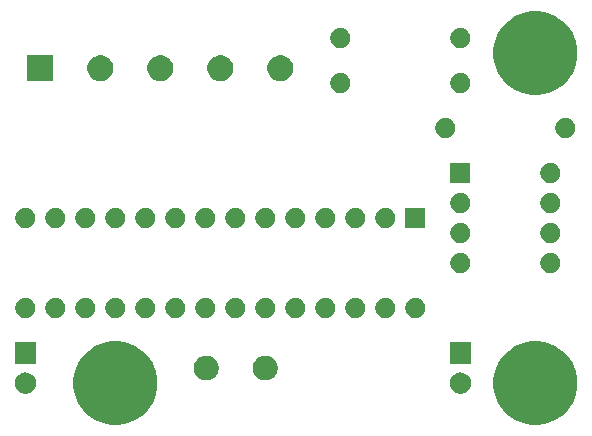
<source format=gbr>
G04 #@! TF.GenerationSoftware,KiCad,Pcbnew,(5.1.5)-3*
G04 #@! TF.CreationDate,2020-06-02T00:14:17+02:00*
G04 #@! TF.ProjectId,I2CMaster,4932434d-6173-4746-9572-2e6b69636164,rev?*
G04 #@! TF.SameCoordinates,Original*
G04 #@! TF.FileFunction,Soldermask,Bot*
G04 #@! TF.FilePolarity,Negative*
%FSLAX46Y46*%
G04 Gerber Fmt 4.6, Leading zero omitted, Abs format (unit mm)*
G04 Created by KiCad (PCBNEW (5.1.5)-3) date 2020-06-02 00:14:17*
%MOMM*%
%LPD*%
G04 APERTURE LIST*
%ADD10C,0.100000*%
G04 APERTURE END LIST*
D10*
G36*
X365525787Y-259475462D02*
G01*
X365525790Y-259475463D01*
X365525789Y-259475463D01*
X366172029Y-259743144D01*
X366753631Y-260131758D01*
X367248242Y-260626369D01*
X367636856Y-261207971D01*
X367680541Y-261313436D01*
X367904538Y-261854213D01*
X368041000Y-262540256D01*
X368041000Y-263239744D01*
X367904538Y-263925787D01*
X367904537Y-263925789D01*
X367636856Y-264572029D01*
X367248242Y-265153631D01*
X366753631Y-265648242D01*
X366172029Y-266036856D01*
X365715068Y-266226135D01*
X365525787Y-266304538D01*
X364839744Y-266441000D01*
X364140256Y-266441000D01*
X363454213Y-266304538D01*
X363264932Y-266226135D01*
X362807971Y-266036856D01*
X362226369Y-265648242D01*
X361731758Y-265153631D01*
X361343144Y-264572029D01*
X361075463Y-263925789D01*
X361075462Y-263925787D01*
X360939000Y-263239744D01*
X360939000Y-262540256D01*
X361075462Y-261854213D01*
X361299459Y-261313436D01*
X361343144Y-261207971D01*
X361731758Y-260626369D01*
X362226369Y-260131758D01*
X362807971Y-259743144D01*
X363454211Y-259475463D01*
X363454210Y-259475463D01*
X363454213Y-259475462D01*
X364140256Y-259339000D01*
X364839744Y-259339000D01*
X365525787Y-259475462D01*
G37*
G36*
X329965787Y-259475462D02*
G01*
X329965790Y-259475463D01*
X329965789Y-259475463D01*
X330612029Y-259743144D01*
X331193631Y-260131758D01*
X331688242Y-260626369D01*
X332076856Y-261207971D01*
X332120541Y-261313436D01*
X332344538Y-261854213D01*
X332481000Y-262540256D01*
X332481000Y-263239744D01*
X332344538Y-263925787D01*
X332344537Y-263925789D01*
X332076856Y-264572029D01*
X331688242Y-265153631D01*
X331193631Y-265648242D01*
X330612029Y-266036856D01*
X330155068Y-266226135D01*
X329965787Y-266304538D01*
X329279744Y-266441000D01*
X328580256Y-266441000D01*
X327894213Y-266304538D01*
X327704932Y-266226135D01*
X327247971Y-266036856D01*
X326666369Y-265648242D01*
X326171758Y-265153631D01*
X325783144Y-264572029D01*
X325515463Y-263925789D01*
X325515462Y-263925787D01*
X325379000Y-263239744D01*
X325379000Y-262540256D01*
X325515462Y-261854213D01*
X325739459Y-261313436D01*
X325783144Y-261207971D01*
X326171758Y-260626369D01*
X326666369Y-260131758D01*
X327247971Y-259743144D01*
X327894211Y-259475463D01*
X327894210Y-259475463D01*
X327894213Y-259475462D01*
X328580256Y-259339000D01*
X329279744Y-259339000D01*
X329965787Y-259475462D01*
G37*
G36*
X358253512Y-261993927D02*
G01*
X358402812Y-262023624D01*
X358566784Y-262091544D01*
X358714354Y-262190147D01*
X358839853Y-262315646D01*
X358938456Y-262463216D01*
X359006376Y-262627188D01*
X359041000Y-262801259D01*
X359041000Y-262978741D01*
X359006376Y-263152812D01*
X358938456Y-263316784D01*
X358839853Y-263464354D01*
X358714354Y-263589853D01*
X358566784Y-263688456D01*
X358402812Y-263756376D01*
X358253512Y-263786073D01*
X358228742Y-263791000D01*
X358051258Y-263791000D01*
X358026488Y-263786073D01*
X357877188Y-263756376D01*
X357713216Y-263688456D01*
X357565646Y-263589853D01*
X357440147Y-263464354D01*
X357341544Y-263316784D01*
X357273624Y-263152812D01*
X357239000Y-262978741D01*
X357239000Y-262801259D01*
X357273624Y-262627188D01*
X357341544Y-262463216D01*
X357440147Y-262315646D01*
X357565646Y-262190147D01*
X357713216Y-262091544D01*
X357877188Y-262023624D01*
X358026488Y-261993927D01*
X358051258Y-261989000D01*
X358228742Y-261989000D01*
X358253512Y-261993927D01*
G37*
G36*
X321423512Y-261993927D02*
G01*
X321572812Y-262023624D01*
X321736784Y-262091544D01*
X321884354Y-262190147D01*
X322009853Y-262315646D01*
X322108456Y-262463216D01*
X322176376Y-262627188D01*
X322211000Y-262801259D01*
X322211000Y-262978741D01*
X322176376Y-263152812D01*
X322108456Y-263316784D01*
X322009853Y-263464354D01*
X321884354Y-263589853D01*
X321736784Y-263688456D01*
X321572812Y-263756376D01*
X321423512Y-263786073D01*
X321398742Y-263791000D01*
X321221258Y-263791000D01*
X321196488Y-263786073D01*
X321047188Y-263756376D01*
X320883216Y-263688456D01*
X320735646Y-263589853D01*
X320610147Y-263464354D01*
X320511544Y-263316784D01*
X320443624Y-263152812D01*
X320409000Y-262978741D01*
X320409000Y-262801259D01*
X320443624Y-262627188D01*
X320511544Y-262463216D01*
X320610147Y-262315646D01*
X320735646Y-262190147D01*
X320883216Y-262091544D01*
X321047188Y-262023624D01*
X321196488Y-261993927D01*
X321221258Y-261989000D01*
X321398742Y-261989000D01*
X321423512Y-261993927D01*
G37*
G36*
X341936564Y-260609389D02*
G01*
X342127833Y-260688615D01*
X342127835Y-260688616D01*
X342299973Y-260803635D01*
X342446365Y-260950027D01*
X342561385Y-261122167D01*
X342640611Y-261313436D01*
X342681000Y-261516484D01*
X342681000Y-261723516D01*
X342640611Y-261926564D01*
X342600407Y-262023625D01*
X342561384Y-262117835D01*
X342446365Y-262289973D01*
X342299973Y-262436365D01*
X342127835Y-262551384D01*
X342127834Y-262551385D01*
X342127833Y-262551385D01*
X341936564Y-262630611D01*
X341733516Y-262671000D01*
X341526484Y-262671000D01*
X341323436Y-262630611D01*
X341132167Y-262551385D01*
X341132166Y-262551385D01*
X341132165Y-262551384D01*
X340960027Y-262436365D01*
X340813635Y-262289973D01*
X340698616Y-262117835D01*
X340659593Y-262023625D01*
X340619389Y-261926564D01*
X340579000Y-261723516D01*
X340579000Y-261516484D01*
X340619389Y-261313436D01*
X340698615Y-261122167D01*
X340813635Y-260950027D01*
X340960027Y-260803635D01*
X341132165Y-260688616D01*
X341132167Y-260688615D01*
X341323436Y-260609389D01*
X341526484Y-260569000D01*
X341733516Y-260569000D01*
X341936564Y-260609389D01*
G37*
G36*
X336936564Y-260609389D02*
G01*
X337127833Y-260688615D01*
X337127835Y-260688616D01*
X337299973Y-260803635D01*
X337446365Y-260950027D01*
X337561385Y-261122167D01*
X337640611Y-261313436D01*
X337681000Y-261516484D01*
X337681000Y-261723516D01*
X337640611Y-261926564D01*
X337600407Y-262023625D01*
X337561384Y-262117835D01*
X337446365Y-262289973D01*
X337299973Y-262436365D01*
X337127835Y-262551384D01*
X337127834Y-262551385D01*
X337127833Y-262551385D01*
X336936564Y-262630611D01*
X336733516Y-262671000D01*
X336526484Y-262671000D01*
X336323436Y-262630611D01*
X336132167Y-262551385D01*
X336132166Y-262551385D01*
X336132165Y-262551384D01*
X335960027Y-262436365D01*
X335813635Y-262289973D01*
X335698616Y-262117835D01*
X335659593Y-262023625D01*
X335619389Y-261926564D01*
X335579000Y-261723516D01*
X335579000Y-261516484D01*
X335619389Y-261313436D01*
X335698615Y-261122167D01*
X335813635Y-260950027D01*
X335960027Y-260803635D01*
X336132165Y-260688616D01*
X336132167Y-260688615D01*
X336323436Y-260609389D01*
X336526484Y-260569000D01*
X336733516Y-260569000D01*
X336936564Y-260609389D01*
G37*
G36*
X322211000Y-261251000D02*
G01*
X320409000Y-261251000D01*
X320409000Y-259449000D01*
X322211000Y-259449000D01*
X322211000Y-261251000D01*
G37*
G36*
X359041000Y-261251000D02*
G01*
X357239000Y-261251000D01*
X357239000Y-259449000D01*
X359041000Y-259449000D01*
X359041000Y-261251000D01*
G37*
G36*
X334258228Y-255721703D02*
G01*
X334413100Y-255785853D01*
X334552481Y-255878985D01*
X334671015Y-255997519D01*
X334764147Y-256136900D01*
X334828297Y-256291772D01*
X334861000Y-256456184D01*
X334861000Y-256623816D01*
X334828297Y-256788228D01*
X334764147Y-256943100D01*
X334671015Y-257082481D01*
X334552481Y-257201015D01*
X334413100Y-257294147D01*
X334258228Y-257358297D01*
X334093816Y-257391000D01*
X333926184Y-257391000D01*
X333761772Y-257358297D01*
X333606900Y-257294147D01*
X333467519Y-257201015D01*
X333348985Y-257082481D01*
X333255853Y-256943100D01*
X333191703Y-256788228D01*
X333159000Y-256623816D01*
X333159000Y-256456184D01*
X333191703Y-256291772D01*
X333255853Y-256136900D01*
X333348985Y-255997519D01*
X333467519Y-255878985D01*
X333606900Y-255785853D01*
X333761772Y-255721703D01*
X333926184Y-255689000D01*
X334093816Y-255689000D01*
X334258228Y-255721703D01*
G37*
G36*
X321558228Y-255721703D02*
G01*
X321713100Y-255785853D01*
X321852481Y-255878985D01*
X321971015Y-255997519D01*
X322064147Y-256136900D01*
X322128297Y-256291772D01*
X322161000Y-256456184D01*
X322161000Y-256623816D01*
X322128297Y-256788228D01*
X322064147Y-256943100D01*
X321971015Y-257082481D01*
X321852481Y-257201015D01*
X321713100Y-257294147D01*
X321558228Y-257358297D01*
X321393816Y-257391000D01*
X321226184Y-257391000D01*
X321061772Y-257358297D01*
X320906900Y-257294147D01*
X320767519Y-257201015D01*
X320648985Y-257082481D01*
X320555853Y-256943100D01*
X320491703Y-256788228D01*
X320459000Y-256623816D01*
X320459000Y-256456184D01*
X320491703Y-256291772D01*
X320555853Y-256136900D01*
X320648985Y-255997519D01*
X320767519Y-255878985D01*
X320906900Y-255785853D01*
X321061772Y-255721703D01*
X321226184Y-255689000D01*
X321393816Y-255689000D01*
X321558228Y-255721703D01*
G37*
G36*
X324098228Y-255721703D02*
G01*
X324253100Y-255785853D01*
X324392481Y-255878985D01*
X324511015Y-255997519D01*
X324604147Y-256136900D01*
X324668297Y-256291772D01*
X324701000Y-256456184D01*
X324701000Y-256623816D01*
X324668297Y-256788228D01*
X324604147Y-256943100D01*
X324511015Y-257082481D01*
X324392481Y-257201015D01*
X324253100Y-257294147D01*
X324098228Y-257358297D01*
X323933816Y-257391000D01*
X323766184Y-257391000D01*
X323601772Y-257358297D01*
X323446900Y-257294147D01*
X323307519Y-257201015D01*
X323188985Y-257082481D01*
X323095853Y-256943100D01*
X323031703Y-256788228D01*
X322999000Y-256623816D01*
X322999000Y-256456184D01*
X323031703Y-256291772D01*
X323095853Y-256136900D01*
X323188985Y-255997519D01*
X323307519Y-255878985D01*
X323446900Y-255785853D01*
X323601772Y-255721703D01*
X323766184Y-255689000D01*
X323933816Y-255689000D01*
X324098228Y-255721703D01*
G37*
G36*
X326638228Y-255721703D02*
G01*
X326793100Y-255785853D01*
X326932481Y-255878985D01*
X327051015Y-255997519D01*
X327144147Y-256136900D01*
X327208297Y-256291772D01*
X327241000Y-256456184D01*
X327241000Y-256623816D01*
X327208297Y-256788228D01*
X327144147Y-256943100D01*
X327051015Y-257082481D01*
X326932481Y-257201015D01*
X326793100Y-257294147D01*
X326638228Y-257358297D01*
X326473816Y-257391000D01*
X326306184Y-257391000D01*
X326141772Y-257358297D01*
X325986900Y-257294147D01*
X325847519Y-257201015D01*
X325728985Y-257082481D01*
X325635853Y-256943100D01*
X325571703Y-256788228D01*
X325539000Y-256623816D01*
X325539000Y-256456184D01*
X325571703Y-256291772D01*
X325635853Y-256136900D01*
X325728985Y-255997519D01*
X325847519Y-255878985D01*
X325986900Y-255785853D01*
X326141772Y-255721703D01*
X326306184Y-255689000D01*
X326473816Y-255689000D01*
X326638228Y-255721703D01*
G37*
G36*
X329178228Y-255721703D02*
G01*
X329333100Y-255785853D01*
X329472481Y-255878985D01*
X329591015Y-255997519D01*
X329684147Y-256136900D01*
X329748297Y-256291772D01*
X329781000Y-256456184D01*
X329781000Y-256623816D01*
X329748297Y-256788228D01*
X329684147Y-256943100D01*
X329591015Y-257082481D01*
X329472481Y-257201015D01*
X329333100Y-257294147D01*
X329178228Y-257358297D01*
X329013816Y-257391000D01*
X328846184Y-257391000D01*
X328681772Y-257358297D01*
X328526900Y-257294147D01*
X328387519Y-257201015D01*
X328268985Y-257082481D01*
X328175853Y-256943100D01*
X328111703Y-256788228D01*
X328079000Y-256623816D01*
X328079000Y-256456184D01*
X328111703Y-256291772D01*
X328175853Y-256136900D01*
X328268985Y-255997519D01*
X328387519Y-255878985D01*
X328526900Y-255785853D01*
X328681772Y-255721703D01*
X328846184Y-255689000D01*
X329013816Y-255689000D01*
X329178228Y-255721703D01*
G37*
G36*
X331718228Y-255721703D02*
G01*
X331873100Y-255785853D01*
X332012481Y-255878985D01*
X332131015Y-255997519D01*
X332224147Y-256136900D01*
X332288297Y-256291772D01*
X332321000Y-256456184D01*
X332321000Y-256623816D01*
X332288297Y-256788228D01*
X332224147Y-256943100D01*
X332131015Y-257082481D01*
X332012481Y-257201015D01*
X331873100Y-257294147D01*
X331718228Y-257358297D01*
X331553816Y-257391000D01*
X331386184Y-257391000D01*
X331221772Y-257358297D01*
X331066900Y-257294147D01*
X330927519Y-257201015D01*
X330808985Y-257082481D01*
X330715853Y-256943100D01*
X330651703Y-256788228D01*
X330619000Y-256623816D01*
X330619000Y-256456184D01*
X330651703Y-256291772D01*
X330715853Y-256136900D01*
X330808985Y-255997519D01*
X330927519Y-255878985D01*
X331066900Y-255785853D01*
X331221772Y-255721703D01*
X331386184Y-255689000D01*
X331553816Y-255689000D01*
X331718228Y-255721703D01*
G37*
G36*
X336798228Y-255721703D02*
G01*
X336953100Y-255785853D01*
X337092481Y-255878985D01*
X337211015Y-255997519D01*
X337304147Y-256136900D01*
X337368297Y-256291772D01*
X337401000Y-256456184D01*
X337401000Y-256623816D01*
X337368297Y-256788228D01*
X337304147Y-256943100D01*
X337211015Y-257082481D01*
X337092481Y-257201015D01*
X336953100Y-257294147D01*
X336798228Y-257358297D01*
X336633816Y-257391000D01*
X336466184Y-257391000D01*
X336301772Y-257358297D01*
X336146900Y-257294147D01*
X336007519Y-257201015D01*
X335888985Y-257082481D01*
X335795853Y-256943100D01*
X335731703Y-256788228D01*
X335699000Y-256623816D01*
X335699000Y-256456184D01*
X335731703Y-256291772D01*
X335795853Y-256136900D01*
X335888985Y-255997519D01*
X336007519Y-255878985D01*
X336146900Y-255785853D01*
X336301772Y-255721703D01*
X336466184Y-255689000D01*
X336633816Y-255689000D01*
X336798228Y-255721703D01*
G37*
G36*
X339338228Y-255721703D02*
G01*
X339493100Y-255785853D01*
X339632481Y-255878985D01*
X339751015Y-255997519D01*
X339844147Y-256136900D01*
X339908297Y-256291772D01*
X339941000Y-256456184D01*
X339941000Y-256623816D01*
X339908297Y-256788228D01*
X339844147Y-256943100D01*
X339751015Y-257082481D01*
X339632481Y-257201015D01*
X339493100Y-257294147D01*
X339338228Y-257358297D01*
X339173816Y-257391000D01*
X339006184Y-257391000D01*
X338841772Y-257358297D01*
X338686900Y-257294147D01*
X338547519Y-257201015D01*
X338428985Y-257082481D01*
X338335853Y-256943100D01*
X338271703Y-256788228D01*
X338239000Y-256623816D01*
X338239000Y-256456184D01*
X338271703Y-256291772D01*
X338335853Y-256136900D01*
X338428985Y-255997519D01*
X338547519Y-255878985D01*
X338686900Y-255785853D01*
X338841772Y-255721703D01*
X339006184Y-255689000D01*
X339173816Y-255689000D01*
X339338228Y-255721703D01*
G37*
G36*
X352038228Y-255721703D02*
G01*
X352193100Y-255785853D01*
X352332481Y-255878985D01*
X352451015Y-255997519D01*
X352544147Y-256136900D01*
X352608297Y-256291772D01*
X352641000Y-256456184D01*
X352641000Y-256623816D01*
X352608297Y-256788228D01*
X352544147Y-256943100D01*
X352451015Y-257082481D01*
X352332481Y-257201015D01*
X352193100Y-257294147D01*
X352038228Y-257358297D01*
X351873816Y-257391000D01*
X351706184Y-257391000D01*
X351541772Y-257358297D01*
X351386900Y-257294147D01*
X351247519Y-257201015D01*
X351128985Y-257082481D01*
X351035853Y-256943100D01*
X350971703Y-256788228D01*
X350939000Y-256623816D01*
X350939000Y-256456184D01*
X350971703Y-256291772D01*
X351035853Y-256136900D01*
X351128985Y-255997519D01*
X351247519Y-255878985D01*
X351386900Y-255785853D01*
X351541772Y-255721703D01*
X351706184Y-255689000D01*
X351873816Y-255689000D01*
X352038228Y-255721703D01*
G37*
G36*
X349498228Y-255721703D02*
G01*
X349653100Y-255785853D01*
X349792481Y-255878985D01*
X349911015Y-255997519D01*
X350004147Y-256136900D01*
X350068297Y-256291772D01*
X350101000Y-256456184D01*
X350101000Y-256623816D01*
X350068297Y-256788228D01*
X350004147Y-256943100D01*
X349911015Y-257082481D01*
X349792481Y-257201015D01*
X349653100Y-257294147D01*
X349498228Y-257358297D01*
X349333816Y-257391000D01*
X349166184Y-257391000D01*
X349001772Y-257358297D01*
X348846900Y-257294147D01*
X348707519Y-257201015D01*
X348588985Y-257082481D01*
X348495853Y-256943100D01*
X348431703Y-256788228D01*
X348399000Y-256623816D01*
X348399000Y-256456184D01*
X348431703Y-256291772D01*
X348495853Y-256136900D01*
X348588985Y-255997519D01*
X348707519Y-255878985D01*
X348846900Y-255785853D01*
X349001772Y-255721703D01*
X349166184Y-255689000D01*
X349333816Y-255689000D01*
X349498228Y-255721703D01*
G37*
G36*
X346958228Y-255721703D02*
G01*
X347113100Y-255785853D01*
X347252481Y-255878985D01*
X347371015Y-255997519D01*
X347464147Y-256136900D01*
X347528297Y-256291772D01*
X347561000Y-256456184D01*
X347561000Y-256623816D01*
X347528297Y-256788228D01*
X347464147Y-256943100D01*
X347371015Y-257082481D01*
X347252481Y-257201015D01*
X347113100Y-257294147D01*
X346958228Y-257358297D01*
X346793816Y-257391000D01*
X346626184Y-257391000D01*
X346461772Y-257358297D01*
X346306900Y-257294147D01*
X346167519Y-257201015D01*
X346048985Y-257082481D01*
X345955853Y-256943100D01*
X345891703Y-256788228D01*
X345859000Y-256623816D01*
X345859000Y-256456184D01*
X345891703Y-256291772D01*
X345955853Y-256136900D01*
X346048985Y-255997519D01*
X346167519Y-255878985D01*
X346306900Y-255785853D01*
X346461772Y-255721703D01*
X346626184Y-255689000D01*
X346793816Y-255689000D01*
X346958228Y-255721703D01*
G37*
G36*
X344418228Y-255721703D02*
G01*
X344573100Y-255785853D01*
X344712481Y-255878985D01*
X344831015Y-255997519D01*
X344924147Y-256136900D01*
X344988297Y-256291772D01*
X345021000Y-256456184D01*
X345021000Y-256623816D01*
X344988297Y-256788228D01*
X344924147Y-256943100D01*
X344831015Y-257082481D01*
X344712481Y-257201015D01*
X344573100Y-257294147D01*
X344418228Y-257358297D01*
X344253816Y-257391000D01*
X344086184Y-257391000D01*
X343921772Y-257358297D01*
X343766900Y-257294147D01*
X343627519Y-257201015D01*
X343508985Y-257082481D01*
X343415853Y-256943100D01*
X343351703Y-256788228D01*
X343319000Y-256623816D01*
X343319000Y-256456184D01*
X343351703Y-256291772D01*
X343415853Y-256136900D01*
X343508985Y-255997519D01*
X343627519Y-255878985D01*
X343766900Y-255785853D01*
X343921772Y-255721703D01*
X344086184Y-255689000D01*
X344253816Y-255689000D01*
X344418228Y-255721703D01*
G37*
G36*
X354578228Y-255721703D02*
G01*
X354733100Y-255785853D01*
X354872481Y-255878985D01*
X354991015Y-255997519D01*
X355084147Y-256136900D01*
X355148297Y-256291772D01*
X355181000Y-256456184D01*
X355181000Y-256623816D01*
X355148297Y-256788228D01*
X355084147Y-256943100D01*
X354991015Y-257082481D01*
X354872481Y-257201015D01*
X354733100Y-257294147D01*
X354578228Y-257358297D01*
X354413816Y-257391000D01*
X354246184Y-257391000D01*
X354081772Y-257358297D01*
X353926900Y-257294147D01*
X353787519Y-257201015D01*
X353668985Y-257082481D01*
X353575853Y-256943100D01*
X353511703Y-256788228D01*
X353479000Y-256623816D01*
X353479000Y-256456184D01*
X353511703Y-256291772D01*
X353575853Y-256136900D01*
X353668985Y-255997519D01*
X353787519Y-255878985D01*
X353926900Y-255785853D01*
X354081772Y-255721703D01*
X354246184Y-255689000D01*
X354413816Y-255689000D01*
X354578228Y-255721703D01*
G37*
G36*
X341878228Y-255721703D02*
G01*
X342033100Y-255785853D01*
X342172481Y-255878985D01*
X342291015Y-255997519D01*
X342384147Y-256136900D01*
X342448297Y-256291772D01*
X342481000Y-256456184D01*
X342481000Y-256623816D01*
X342448297Y-256788228D01*
X342384147Y-256943100D01*
X342291015Y-257082481D01*
X342172481Y-257201015D01*
X342033100Y-257294147D01*
X341878228Y-257358297D01*
X341713816Y-257391000D01*
X341546184Y-257391000D01*
X341381772Y-257358297D01*
X341226900Y-257294147D01*
X341087519Y-257201015D01*
X340968985Y-257082481D01*
X340875853Y-256943100D01*
X340811703Y-256788228D01*
X340779000Y-256623816D01*
X340779000Y-256456184D01*
X340811703Y-256291772D01*
X340875853Y-256136900D01*
X340968985Y-255997519D01*
X341087519Y-255878985D01*
X341226900Y-255785853D01*
X341381772Y-255721703D01*
X341546184Y-255689000D01*
X341713816Y-255689000D01*
X341878228Y-255721703D01*
G37*
G36*
X366008228Y-251911703D02*
G01*
X366163100Y-251975853D01*
X366302481Y-252068985D01*
X366421015Y-252187519D01*
X366514147Y-252326900D01*
X366578297Y-252481772D01*
X366611000Y-252646184D01*
X366611000Y-252813816D01*
X366578297Y-252978228D01*
X366514147Y-253133100D01*
X366421015Y-253272481D01*
X366302481Y-253391015D01*
X366163100Y-253484147D01*
X366008228Y-253548297D01*
X365843816Y-253581000D01*
X365676184Y-253581000D01*
X365511772Y-253548297D01*
X365356900Y-253484147D01*
X365217519Y-253391015D01*
X365098985Y-253272481D01*
X365005853Y-253133100D01*
X364941703Y-252978228D01*
X364909000Y-252813816D01*
X364909000Y-252646184D01*
X364941703Y-252481772D01*
X365005853Y-252326900D01*
X365098985Y-252187519D01*
X365217519Y-252068985D01*
X365356900Y-251975853D01*
X365511772Y-251911703D01*
X365676184Y-251879000D01*
X365843816Y-251879000D01*
X366008228Y-251911703D01*
G37*
G36*
X358388228Y-251911703D02*
G01*
X358543100Y-251975853D01*
X358682481Y-252068985D01*
X358801015Y-252187519D01*
X358894147Y-252326900D01*
X358958297Y-252481772D01*
X358991000Y-252646184D01*
X358991000Y-252813816D01*
X358958297Y-252978228D01*
X358894147Y-253133100D01*
X358801015Y-253272481D01*
X358682481Y-253391015D01*
X358543100Y-253484147D01*
X358388228Y-253548297D01*
X358223816Y-253581000D01*
X358056184Y-253581000D01*
X357891772Y-253548297D01*
X357736900Y-253484147D01*
X357597519Y-253391015D01*
X357478985Y-253272481D01*
X357385853Y-253133100D01*
X357321703Y-252978228D01*
X357289000Y-252813816D01*
X357289000Y-252646184D01*
X357321703Y-252481772D01*
X357385853Y-252326900D01*
X357478985Y-252187519D01*
X357597519Y-252068985D01*
X357736900Y-251975853D01*
X357891772Y-251911703D01*
X358056184Y-251879000D01*
X358223816Y-251879000D01*
X358388228Y-251911703D01*
G37*
G36*
X366008228Y-249371703D02*
G01*
X366163100Y-249435853D01*
X366302481Y-249528985D01*
X366421015Y-249647519D01*
X366514147Y-249786900D01*
X366578297Y-249941772D01*
X366611000Y-250106184D01*
X366611000Y-250273816D01*
X366578297Y-250438228D01*
X366514147Y-250593100D01*
X366421015Y-250732481D01*
X366302481Y-250851015D01*
X366163100Y-250944147D01*
X366008228Y-251008297D01*
X365843816Y-251041000D01*
X365676184Y-251041000D01*
X365511772Y-251008297D01*
X365356900Y-250944147D01*
X365217519Y-250851015D01*
X365098985Y-250732481D01*
X365005853Y-250593100D01*
X364941703Y-250438228D01*
X364909000Y-250273816D01*
X364909000Y-250106184D01*
X364941703Y-249941772D01*
X365005853Y-249786900D01*
X365098985Y-249647519D01*
X365217519Y-249528985D01*
X365356900Y-249435853D01*
X365511772Y-249371703D01*
X365676184Y-249339000D01*
X365843816Y-249339000D01*
X366008228Y-249371703D01*
G37*
G36*
X358388228Y-249371703D02*
G01*
X358543100Y-249435853D01*
X358682481Y-249528985D01*
X358801015Y-249647519D01*
X358894147Y-249786900D01*
X358958297Y-249941772D01*
X358991000Y-250106184D01*
X358991000Y-250273816D01*
X358958297Y-250438228D01*
X358894147Y-250593100D01*
X358801015Y-250732481D01*
X358682481Y-250851015D01*
X358543100Y-250944147D01*
X358388228Y-251008297D01*
X358223816Y-251041000D01*
X358056184Y-251041000D01*
X357891772Y-251008297D01*
X357736900Y-250944147D01*
X357597519Y-250851015D01*
X357478985Y-250732481D01*
X357385853Y-250593100D01*
X357321703Y-250438228D01*
X357289000Y-250273816D01*
X357289000Y-250106184D01*
X357321703Y-249941772D01*
X357385853Y-249786900D01*
X357478985Y-249647519D01*
X357597519Y-249528985D01*
X357736900Y-249435853D01*
X357891772Y-249371703D01*
X358056184Y-249339000D01*
X358223816Y-249339000D01*
X358388228Y-249371703D01*
G37*
G36*
X352038228Y-248101703D02*
G01*
X352193100Y-248165853D01*
X352332481Y-248258985D01*
X352451015Y-248377519D01*
X352544147Y-248516900D01*
X352608297Y-248671772D01*
X352641000Y-248836184D01*
X352641000Y-249003816D01*
X352608297Y-249168228D01*
X352544147Y-249323100D01*
X352451015Y-249462481D01*
X352332481Y-249581015D01*
X352193100Y-249674147D01*
X352038228Y-249738297D01*
X351873816Y-249771000D01*
X351706184Y-249771000D01*
X351541772Y-249738297D01*
X351386900Y-249674147D01*
X351247519Y-249581015D01*
X351128985Y-249462481D01*
X351035853Y-249323100D01*
X350971703Y-249168228D01*
X350939000Y-249003816D01*
X350939000Y-248836184D01*
X350971703Y-248671772D01*
X351035853Y-248516900D01*
X351128985Y-248377519D01*
X351247519Y-248258985D01*
X351386900Y-248165853D01*
X351541772Y-248101703D01*
X351706184Y-248069000D01*
X351873816Y-248069000D01*
X352038228Y-248101703D01*
G37*
G36*
X331718228Y-248101703D02*
G01*
X331873100Y-248165853D01*
X332012481Y-248258985D01*
X332131015Y-248377519D01*
X332224147Y-248516900D01*
X332288297Y-248671772D01*
X332321000Y-248836184D01*
X332321000Y-249003816D01*
X332288297Y-249168228D01*
X332224147Y-249323100D01*
X332131015Y-249462481D01*
X332012481Y-249581015D01*
X331873100Y-249674147D01*
X331718228Y-249738297D01*
X331553816Y-249771000D01*
X331386184Y-249771000D01*
X331221772Y-249738297D01*
X331066900Y-249674147D01*
X330927519Y-249581015D01*
X330808985Y-249462481D01*
X330715853Y-249323100D01*
X330651703Y-249168228D01*
X330619000Y-249003816D01*
X330619000Y-248836184D01*
X330651703Y-248671772D01*
X330715853Y-248516900D01*
X330808985Y-248377519D01*
X330927519Y-248258985D01*
X331066900Y-248165853D01*
X331221772Y-248101703D01*
X331386184Y-248069000D01*
X331553816Y-248069000D01*
X331718228Y-248101703D01*
G37*
G36*
X334258228Y-248101703D02*
G01*
X334413100Y-248165853D01*
X334552481Y-248258985D01*
X334671015Y-248377519D01*
X334764147Y-248516900D01*
X334828297Y-248671772D01*
X334861000Y-248836184D01*
X334861000Y-249003816D01*
X334828297Y-249168228D01*
X334764147Y-249323100D01*
X334671015Y-249462481D01*
X334552481Y-249581015D01*
X334413100Y-249674147D01*
X334258228Y-249738297D01*
X334093816Y-249771000D01*
X333926184Y-249771000D01*
X333761772Y-249738297D01*
X333606900Y-249674147D01*
X333467519Y-249581015D01*
X333348985Y-249462481D01*
X333255853Y-249323100D01*
X333191703Y-249168228D01*
X333159000Y-249003816D01*
X333159000Y-248836184D01*
X333191703Y-248671772D01*
X333255853Y-248516900D01*
X333348985Y-248377519D01*
X333467519Y-248258985D01*
X333606900Y-248165853D01*
X333761772Y-248101703D01*
X333926184Y-248069000D01*
X334093816Y-248069000D01*
X334258228Y-248101703D01*
G37*
G36*
X336798228Y-248101703D02*
G01*
X336953100Y-248165853D01*
X337092481Y-248258985D01*
X337211015Y-248377519D01*
X337304147Y-248516900D01*
X337368297Y-248671772D01*
X337401000Y-248836184D01*
X337401000Y-249003816D01*
X337368297Y-249168228D01*
X337304147Y-249323100D01*
X337211015Y-249462481D01*
X337092481Y-249581015D01*
X336953100Y-249674147D01*
X336798228Y-249738297D01*
X336633816Y-249771000D01*
X336466184Y-249771000D01*
X336301772Y-249738297D01*
X336146900Y-249674147D01*
X336007519Y-249581015D01*
X335888985Y-249462481D01*
X335795853Y-249323100D01*
X335731703Y-249168228D01*
X335699000Y-249003816D01*
X335699000Y-248836184D01*
X335731703Y-248671772D01*
X335795853Y-248516900D01*
X335888985Y-248377519D01*
X336007519Y-248258985D01*
X336146900Y-248165853D01*
X336301772Y-248101703D01*
X336466184Y-248069000D01*
X336633816Y-248069000D01*
X336798228Y-248101703D01*
G37*
G36*
X339338228Y-248101703D02*
G01*
X339493100Y-248165853D01*
X339632481Y-248258985D01*
X339751015Y-248377519D01*
X339844147Y-248516900D01*
X339908297Y-248671772D01*
X339941000Y-248836184D01*
X339941000Y-249003816D01*
X339908297Y-249168228D01*
X339844147Y-249323100D01*
X339751015Y-249462481D01*
X339632481Y-249581015D01*
X339493100Y-249674147D01*
X339338228Y-249738297D01*
X339173816Y-249771000D01*
X339006184Y-249771000D01*
X338841772Y-249738297D01*
X338686900Y-249674147D01*
X338547519Y-249581015D01*
X338428985Y-249462481D01*
X338335853Y-249323100D01*
X338271703Y-249168228D01*
X338239000Y-249003816D01*
X338239000Y-248836184D01*
X338271703Y-248671772D01*
X338335853Y-248516900D01*
X338428985Y-248377519D01*
X338547519Y-248258985D01*
X338686900Y-248165853D01*
X338841772Y-248101703D01*
X339006184Y-248069000D01*
X339173816Y-248069000D01*
X339338228Y-248101703D01*
G37*
G36*
X341878228Y-248101703D02*
G01*
X342033100Y-248165853D01*
X342172481Y-248258985D01*
X342291015Y-248377519D01*
X342384147Y-248516900D01*
X342448297Y-248671772D01*
X342481000Y-248836184D01*
X342481000Y-249003816D01*
X342448297Y-249168228D01*
X342384147Y-249323100D01*
X342291015Y-249462481D01*
X342172481Y-249581015D01*
X342033100Y-249674147D01*
X341878228Y-249738297D01*
X341713816Y-249771000D01*
X341546184Y-249771000D01*
X341381772Y-249738297D01*
X341226900Y-249674147D01*
X341087519Y-249581015D01*
X340968985Y-249462481D01*
X340875853Y-249323100D01*
X340811703Y-249168228D01*
X340779000Y-249003816D01*
X340779000Y-248836184D01*
X340811703Y-248671772D01*
X340875853Y-248516900D01*
X340968985Y-248377519D01*
X341087519Y-248258985D01*
X341226900Y-248165853D01*
X341381772Y-248101703D01*
X341546184Y-248069000D01*
X341713816Y-248069000D01*
X341878228Y-248101703D01*
G37*
G36*
X344418228Y-248101703D02*
G01*
X344573100Y-248165853D01*
X344712481Y-248258985D01*
X344831015Y-248377519D01*
X344924147Y-248516900D01*
X344988297Y-248671772D01*
X345021000Y-248836184D01*
X345021000Y-249003816D01*
X344988297Y-249168228D01*
X344924147Y-249323100D01*
X344831015Y-249462481D01*
X344712481Y-249581015D01*
X344573100Y-249674147D01*
X344418228Y-249738297D01*
X344253816Y-249771000D01*
X344086184Y-249771000D01*
X343921772Y-249738297D01*
X343766900Y-249674147D01*
X343627519Y-249581015D01*
X343508985Y-249462481D01*
X343415853Y-249323100D01*
X343351703Y-249168228D01*
X343319000Y-249003816D01*
X343319000Y-248836184D01*
X343351703Y-248671772D01*
X343415853Y-248516900D01*
X343508985Y-248377519D01*
X343627519Y-248258985D01*
X343766900Y-248165853D01*
X343921772Y-248101703D01*
X344086184Y-248069000D01*
X344253816Y-248069000D01*
X344418228Y-248101703D01*
G37*
G36*
X324098228Y-248101703D02*
G01*
X324253100Y-248165853D01*
X324392481Y-248258985D01*
X324511015Y-248377519D01*
X324604147Y-248516900D01*
X324668297Y-248671772D01*
X324701000Y-248836184D01*
X324701000Y-249003816D01*
X324668297Y-249168228D01*
X324604147Y-249323100D01*
X324511015Y-249462481D01*
X324392481Y-249581015D01*
X324253100Y-249674147D01*
X324098228Y-249738297D01*
X323933816Y-249771000D01*
X323766184Y-249771000D01*
X323601772Y-249738297D01*
X323446900Y-249674147D01*
X323307519Y-249581015D01*
X323188985Y-249462481D01*
X323095853Y-249323100D01*
X323031703Y-249168228D01*
X322999000Y-249003816D01*
X322999000Y-248836184D01*
X323031703Y-248671772D01*
X323095853Y-248516900D01*
X323188985Y-248377519D01*
X323307519Y-248258985D01*
X323446900Y-248165853D01*
X323601772Y-248101703D01*
X323766184Y-248069000D01*
X323933816Y-248069000D01*
X324098228Y-248101703D01*
G37*
G36*
X346958228Y-248101703D02*
G01*
X347113100Y-248165853D01*
X347252481Y-248258985D01*
X347371015Y-248377519D01*
X347464147Y-248516900D01*
X347528297Y-248671772D01*
X347561000Y-248836184D01*
X347561000Y-249003816D01*
X347528297Y-249168228D01*
X347464147Y-249323100D01*
X347371015Y-249462481D01*
X347252481Y-249581015D01*
X347113100Y-249674147D01*
X346958228Y-249738297D01*
X346793816Y-249771000D01*
X346626184Y-249771000D01*
X346461772Y-249738297D01*
X346306900Y-249674147D01*
X346167519Y-249581015D01*
X346048985Y-249462481D01*
X345955853Y-249323100D01*
X345891703Y-249168228D01*
X345859000Y-249003816D01*
X345859000Y-248836184D01*
X345891703Y-248671772D01*
X345955853Y-248516900D01*
X346048985Y-248377519D01*
X346167519Y-248258985D01*
X346306900Y-248165853D01*
X346461772Y-248101703D01*
X346626184Y-248069000D01*
X346793816Y-248069000D01*
X346958228Y-248101703D01*
G37*
G36*
X355181000Y-249771000D02*
G01*
X353479000Y-249771000D01*
X353479000Y-248069000D01*
X355181000Y-248069000D01*
X355181000Y-249771000D01*
G37*
G36*
X326638228Y-248101703D02*
G01*
X326793100Y-248165853D01*
X326932481Y-248258985D01*
X327051015Y-248377519D01*
X327144147Y-248516900D01*
X327208297Y-248671772D01*
X327241000Y-248836184D01*
X327241000Y-249003816D01*
X327208297Y-249168228D01*
X327144147Y-249323100D01*
X327051015Y-249462481D01*
X326932481Y-249581015D01*
X326793100Y-249674147D01*
X326638228Y-249738297D01*
X326473816Y-249771000D01*
X326306184Y-249771000D01*
X326141772Y-249738297D01*
X325986900Y-249674147D01*
X325847519Y-249581015D01*
X325728985Y-249462481D01*
X325635853Y-249323100D01*
X325571703Y-249168228D01*
X325539000Y-249003816D01*
X325539000Y-248836184D01*
X325571703Y-248671772D01*
X325635853Y-248516900D01*
X325728985Y-248377519D01*
X325847519Y-248258985D01*
X325986900Y-248165853D01*
X326141772Y-248101703D01*
X326306184Y-248069000D01*
X326473816Y-248069000D01*
X326638228Y-248101703D01*
G37*
G36*
X321558228Y-248101703D02*
G01*
X321713100Y-248165853D01*
X321852481Y-248258985D01*
X321971015Y-248377519D01*
X322064147Y-248516900D01*
X322128297Y-248671772D01*
X322161000Y-248836184D01*
X322161000Y-249003816D01*
X322128297Y-249168228D01*
X322064147Y-249323100D01*
X321971015Y-249462481D01*
X321852481Y-249581015D01*
X321713100Y-249674147D01*
X321558228Y-249738297D01*
X321393816Y-249771000D01*
X321226184Y-249771000D01*
X321061772Y-249738297D01*
X320906900Y-249674147D01*
X320767519Y-249581015D01*
X320648985Y-249462481D01*
X320555853Y-249323100D01*
X320491703Y-249168228D01*
X320459000Y-249003816D01*
X320459000Y-248836184D01*
X320491703Y-248671772D01*
X320555853Y-248516900D01*
X320648985Y-248377519D01*
X320767519Y-248258985D01*
X320906900Y-248165853D01*
X321061772Y-248101703D01*
X321226184Y-248069000D01*
X321393816Y-248069000D01*
X321558228Y-248101703D01*
G37*
G36*
X329178228Y-248101703D02*
G01*
X329333100Y-248165853D01*
X329472481Y-248258985D01*
X329591015Y-248377519D01*
X329684147Y-248516900D01*
X329748297Y-248671772D01*
X329781000Y-248836184D01*
X329781000Y-249003816D01*
X329748297Y-249168228D01*
X329684147Y-249323100D01*
X329591015Y-249462481D01*
X329472481Y-249581015D01*
X329333100Y-249674147D01*
X329178228Y-249738297D01*
X329013816Y-249771000D01*
X328846184Y-249771000D01*
X328681772Y-249738297D01*
X328526900Y-249674147D01*
X328387519Y-249581015D01*
X328268985Y-249462481D01*
X328175853Y-249323100D01*
X328111703Y-249168228D01*
X328079000Y-249003816D01*
X328079000Y-248836184D01*
X328111703Y-248671772D01*
X328175853Y-248516900D01*
X328268985Y-248377519D01*
X328387519Y-248258985D01*
X328526900Y-248165853D01*
X328681772Y-248101703D01*
X328846184Y-248069000D01*
X329013816Y-248069000D01*
X329178228Y-248101703D01*
G37*
G36*
X349498228Y-248101703D02*
G01*
X349653100Y-248165853D01*
X349792481Y-248258985D01*
X349911015Y-248377519D01*
X350004147Y-248516900D01*
X350068297Y-248671772D01*
X350101000Y-248836184D01*
X350101000Y-249003816D01*
X350068297Y-249168228D01*
X350004147Y-249323100D01*
X349911015Y-249462481D01*
X349792481Y-249581015D01*
X349653100Y-249674147D01*
X349498228Y-249738297D01*
X349333816Y-249771000D01*
X349166184Y-249771000D01*
X349001772Y-249738297D01*
X348846900Y-249674147D01*
X348707519Y-249581015D01*
X348588985Y-249462481D01*
X348495853Y-249323100D01*
X348431703Y-249168228D01*
X348399000Y-249003816D01*
X348399000Y-248836184D01*
X348431703Y-248671772D01*
X348495853Y-248516900D01*
X348588985Y-248377519D01*
X348707519Y-248258985D01*
X348846900Y-248165853D01*
X349001772Y-248101703D01*
X349166184Y-248069000D01*
X349333816Y-248069000D01*
X349498228Y-248101703D01*
G37*
G36*
X358388228Y-246831703D02*
G01*
X358543100Y-246895853D01*
X358682481Y-246988985D01*
X358801015Y-247107519D01*
X358894147Y-247246900D01*
X358958297Y-247401772D01*
X358991000Y-247566184D01*
X358991000Y-247733816D01*
X358958297Y-247898228D01*
X358894147Y-248053100D01*
X358801015Y-248192481D01*
X358682481Y-248311015D01*
X358543100Y-248404147D01*
X358388228Y-248468297D01*
X358223816Y-248501000D01*
X358056184Y-248501000D01*
X357891772Y-248468297D01*
X357736900Y-248404147D01*
X357597519Y-248311015D01*
X357478985Y-248192481D01*
X357385853Y-248053100D01*
X357321703Y-247898228D01*
X357289000Y-247733816D01*
X357289000Y-247566184D01*
X357321703Y-247401772D01*
X357385853Y-247246900D01*
X357478985Y-247107519D01*
X357597519Y-246988985D01*
X357736900Y-246895853D01*
X357891772Y-246831703D01*
X358056184Y-246799000D01*
X358223816Y-246799000D01*
X358388228Y-246831703D01*
G37*
G36*
X366008228Y-246831703D02*
G01*
X366163100Y-246895853D01*
X366302481Y-246988985D01*
X366421015Y-247107519D01*
X366514147Y-247246900D01*
X366578297Y-247401772D01*
X366611000Y-247566184D01*
X366611000Y-247733816D01*
X366578297Y-247898228D01*
X366514147Y-248053100D01*
X366421015Y-248192481D01*
X366302481Y-248311015D01*
X366163100Y-248404147D01*
X366008228Y-248468297D01*
X365843816Y-248501000D01*
X365676184Y-248501000D01*
X365511772Y-248468297D01*
X365356900Y-248404147D01*
X365217519Y-248311015D01*
X365098985Y-248192481D01*
X365005853Y-248053100D01*
X364941703Y-247898228D01*
X364909000Y-247733816D01*
X364909000Y-247566184D01*
X364941703Y-247401772D01*
X365005853Y-247246900D01*
X365098985Y-247107519D01*
X365217519Y-246988985D01*
X365356900Y-246895853D01*
X365511772Y-246831703D01*
X365676184Y-246799000D01*
X365843816Y-246799000D01*
X366008228Y-246831703D01*
G37*
G36*
X358991000Y-245961000D02*
G01*
X357289000Y-245961000D01*
X357289000Y-244259000D01*
X358991000Y-244259000D01*
X358991000Y-245961000D01*
G37*
G36*
X366008228Y-244291703D02*
G01*
X366163100Y-244355853D01*
X366302481Y-244448985D01*
X366421015Y-244567519D01*
X366514147Y-244706900D01*
X366578297Y-244861772D01*
X366611000Y-245026184D01*
X366611000Y-245193816D01*
X366578297Y-245358228D01*
X366514147Y-245513100D01*
X366421015Y-245652481D01*
X366302481Y-245771015D01*
X366163100Y-245864147D01*
X366008228Y-245928297D01*
X365843816Y-245961000D01*
X365676184Y-245961000D01*
X365511772Y-245928297D01*
X365356900Y-245864147D01*
X365217519Y-245771015D01*
X365098985Y-245652481D01*
X365005853Y-245513100D01*
X364941703Y-245358228D01*
X364909000Y-245193816D01*
X364909000Y-245026184D01*
X364941703Y-244861772D01*
X365005853Y-244706900D01*
X365098985Y-244567519D01*
X365217519Y-244448985D01*
X365356900Y-244355853D01*
X365511772Y-244291703D01*
X365676184Y-244259000D01*
X365843816Y-244259000D01*
X366008228Y-244291703D01*
G37*
G36*
X367278228Y-240481703D02*
G01*
X367433100Y-240545853D01*
X367572481Y-240638985D01*
X367691015Y-240757519D01*
X367784147Y-240896900D01*
X367848297Y-241051772D01*
X367881000Y-241216184D01*
X367881000Y-241383816D01*
X367848297Y-241548228D01*
X367784147Y-241703100D01*
X367691015Y-241842481D01*
X367572481Y-241961015D01*
X367433100Y-242054147D01*
X367278228Y-242118297D01*
X367113816Y-242151000D01*
X366946184Y-242151000D01*
X366781772Y-242118297D01*
X366626900Y-242054147D01*
X366487519Y-241961015D01*
X366368985Y-241842481D01*
X366275853Y-241703100D01*
X366211703Y-241548228D01*
X366179000Y-241383816D01*
X366179000Y-241216184D01*
X366211703Y-241051772D01*
X366275853Y-240896900D01*
X366368985Y-240757519D01*
X366487519Y-240638985D01*
X366626900Y-240545853D01*
X366781772Y-240481703D01*
X366946184Y-240449000D01*
X367113816Y-240449000D01*
X367278228Y-240481703D01*
G37*
G36*
X357118228Y-240481703D02*
G01*
X357273100Y-240545853D01*
X357412481Y-240638985D01*
X357531015Y-240757519D01*
X357624147Y-240896900D01*
X357688297Y-241051772D01*
X357721000Y-241216184D01*
X357721000Y-241383816D01*
X357688297Y-241548228D01*
X357624147Y-241703100D01*
X357531015Y-241842481D01*
X357412481Y-241961015D01*
X357273100Y-242054147D01*
X357118228Y-242118297D01*
X356953816Y-242151000D01*
X356786184Y-242151000D01*
X356621772Y-242118297D01*
X356466900Y-242054147D01*
X356327519Y-241961015D01*
X356208985Y-241842481D01*
X356115853Y-241703100D01*
X356051703Y-241548228D01*
X356019000Y-241383816D01*
X356019000Y-241216184D01*
X356051703Y-241051772D01*
X356115853Y-240896900D01*
X356208985Y-240757519D01*
X356327519Y-240638985D01*
X356466900Y-240545853D01*
X356621772Y-240481703D01*
X356786184Y-240449000D01*
X356953816Y-240449000D01*
X357118228Y-240481703D01*
G37*
G36*
X365525787Y-231535462D02*
G01*
X365525790Y-231535463D01*
X365525789Y-231535463D01*
X366172029Y-231803144D01*
X366753631Y-232191758D01*
X367248242Y-232686369D01*
X367636856Y-233267971D01*
X367826135Y-233724932D01*
X367904538Y-233914213D01*
X368041000Y-234600256D01*
X368041000Y-235299744D01*
X367904538Y-235985787D01*
X367904537Y-235985789D01*
X367636856Y-236632029D01*
X367248242Y-237213631D01*
X366753631Y-237708242D01*
X366172029Y-238096856D01*
X365816434Y-238244148D01*
X365525787Y-238364538D01*
X364839744Y-238501000D01*
X364140256Y-238501000D01*
X363454213Y-238364538D01*
X363163566Y-238244148D01*
X362807971Y-238096856D01*
X362226369Y-237708242D01*
X361731758Y-237213631D01*
X361343144Y-236632029D01*
X361075463Y-235985789D01*
X361075462Y-235985787D01*
X360939000Y-235299744D01*
X360939000Y-234600256D01*
X361075462Y-233914213D01*
X361153865Y-233724932D01*
X361343144Y-233267971D01*
X361731758Y-232686369D01*
X362226369Y-232191758D01*
X362807971Y-231803144D01*
X363454211Y-231535463D01*
X363454210Y-231535463D01*
X363454213Y-231535462D01*
X364140256Y-231399000D01*
X364839744Y-231399000D01*
X365525787Y-231535462D01*
G37*
G36*
X348228228Y-236671703D02*
G01*
X348383100Y-236735853D01*
X348522481Y-236828985D01*
X348641015Y-236947519D01*
X348734147Y-237086900D01*
X348798297Y-237241772D01*
X348831000Y-237406184D01*
X348831000Y-237573816D01*
X348798297Y-237738228D01*
X348734147Y-237893100D01*
X348641015Y-238032481D01*
X348522481Y-238151015D01*
X348383100Y-238244147D01*
X348228228Y-238308297D01*
X348063816Y-238341000D01*
X347896184Y-238341000D01*
X347731772Y-238308297D01*
X347576900Y-238244147D01*
X347437519Y-238151015D01*
X347318985Y-238032481D01*
X347225853Y-237893100D01*
X347161703Y-237738228D01*
X347129000Y-237573816D01*
X347129000Y-237406184D01*
X347161703Y-237241772D01*
X347225853Y-237086900D01*
X347318985Y-236947519D01*
X347437519Y-236828985D01*
X347576900Y-236735853D01*
X347731772Y-236671703D01*
X347896184Y-236639000D01*
X348063816Y-236639000D01*
X348228228Y-236671703D01*
G37*
G36*
X358388228Y-236671703D02*
G01*
X358543100Y-236735853D01*
X358682481Y-236828985D01*
X358801015Y-236947519D01*
X358894147Y-237086900D01*
X358958297Y-237241772D01*
X358991000Y-237406184D01*
X358991000Y-237573816D01*
X358958297Y-237738228D01*
X358894147Y-237893100D01*
X358801015Y-238032481D01*
X358682481Y-238151015D01*
X358543100Y-238244147D01*
X358388228Y-238308297D01*
X358223816Y-238341000D01*
X358056184Y-238341000D01*
X357891772Y-238308297D01*
X357736900Y-238244147D01*
X357597519Y-238151015D01*
X357478985Y-238032481D01*
X357385853Y-237893100D01*
X357321703Y-237738228D01*
X357289000Y-237573816D01*
X357289000Y-237406184D01*
X357321703Y-237241772D01*
X357385853Y-237086900D01*
X357478985Y-236947519D01*
X357597519Y-236828985D01*
X357736900Y-236735853D01*
X357891772Y-236671703D01*
X358056184Y-236639000D01*
X358223816Y-236639000D01*
X358388228Y-236671703D01*
G37*
G36*
X332954794Y-235140155D02*
G01*
X333061150Y-235161311D01*
X333261520Y-235244307D01*
X333441844Y-235364795D01*
X333595205Y-235518156D01*
X333715693Y-235698480D01*
X333798689Y-235898851D01*
X333841000Y-236111560D01*
X333841000Y-236328440D01*
X333798689Y-236541149D01*
X333715693Y-236741520D01*
X333595205Y-236921844D01*
X333441844Y-237075205D01*
X333261520Y-237195693D01*
X333161334Y-237237191D01*
X333061150Y-237278689D01*
X332954795Y-237299844D01*
X332848440Y-237321000D01*
X332631560Y-237321000D01*
X332525205Y-237299844D01*
X332418850Y-237278689D01*
X332318666Y-237237191D01*
X332218480Y-237195693D01*
X332038156Y-237075205D01*
X331884795Y-236921844D01*
X331764307Y-236741520D01*
X331681311Y-236541149D01*
X331639000Y-236328440D01*
X331639000Y-236111560D01*
X331681311Y-235898851D01*
X331764307Y-235698480D01*
X331884795Y-235518156D01*
X332038156Y-235364795D01*
X332218480Y-235244307D01*
X332418850Y-235161311D01*
X332525206Y-235140155D01*
X332631560Y-235119000D01*
X332848440Y-235119000D01*
X332954794Y-235140155D01*
G37*
G36*
X323681000Y-237321000D02*
G01*
X321479000Y-237321000D01*
X321479000Y-235119000D01*
X323681000Y-235119000D01*
X323681000Y-237321000D01*
G37*
G36*
X327874794Y-235140155D02*
G01*
X327981150Y-235161311D01*
X328181520Y-235244307D01*
X328361844Y-235364795D01*
X328515205Y-235518156D01*
X328635693Y-235698480D01*
X328718689Y-235898851D01*
X328761000Y-236111560D01*
X328761000Y-236328440D01*
X328718689Y-236541149D01*
X328635693Y-236741520D01*
X328515205Y-236921844D01*
X328361844Y-237075205D01*
X328181520Y-237195693D01*
X328081334Y-237237191D01*
X327981150Y-237278689D01*
X327874795Y-237299844D01*
X327768440Y-237321000D01*
X327551560Y-237321000D01*
X327445205Y-237299844D01*
X327338850Y-237278689D01*
X327238666Y-237237191D01*
X327138480Y-237195693D01*
X326958156Y-237075205D01*
X326804795Y-236921844D01*
X326684307Y-236741520D01*
X326601311Y-236541149D01*
X326559000Y-236328440D01*
X326559000Y-236111560D01*
X326601311Y-235898851D01*
X326684307Y-235698480D01*
X326804795Y-235518156D01*
X326958156Y-235364795D01*
X327138480Y-235244307D01*
X327338850Y-235161311D01*
X327445206Y-235140155D01*
X327551560Y-235119000D01*
X327768440Y-235119000D01*
X327874794Y-235140155D01*
G37*
G36*
X338034794Y-235140155D02*
G01*
X338141150Y-235161311D01*
X338341520Y-235244307D01*
X338521844Y-235364795D01*
X338675205Y-235518156D01*
X338795693Y-235698480D01*
X338878689Y-235898851D01*
X338921000Y-236111560D01*
X338921000Y-236328440D01*
X338878689Y-236541149D01*
X338795693Y-236741520D01*
X338675205Y-236921844D01*
X338521844Y-237075205D01*
X338341520Y-237195693D01*
X338241334Y-237237191D01*
X338141150Y-237278689D01*
X338034795Y-237299844D01*
X337928440Y-237321000D01*
X337711560Y-237321000D01*
X337605205Y-237299844D01*
X337498850Y-237278689D01*
X337398666Y-237237191D01*
X337298480Y-237195693D01*
X337118156Y-237075205D01*
X336964795Y-236921844D01*
X336844307Y-236741520D01*
X336761311Y-236541149D01*
X336719000Y-236328440D01*
X336719000Y-236111560D01*
X336761311Y-235898851D01*
X336844307Y-235698480D01*
X336964795Y-235518156D01*
X337118156Y-235364795D01*
X337298480Y-235244307D01*
X337498850Y-235161311D01*
X337605206Y-235140155D01*
X337711560Y-235119000D01*
X337928440Y-235119000D01*
X338034794Y-235140155D01*
G37*
G36*
X343114794Y-235140155D02*
G01*
X343221150Y-235161311D01*
X343421520Y-235244307D01*
X343601844Y-235364795D01*
X343755205Y-235518156D01*
X343875693Y-235698480D01*
X343958689Y-235898851D01*
X344001000Y-236111560D01*
X344001000Y-236328440D01*
X343958689Y-236541149D01*
X343875693Y-236741520D01*
X343755205Y-236921844D01*
X343601844Y-237075205D01*
X343421520Y-237195693D01*
X343321334Y-237237191D01*
X343221150Y-237278689D01*
X343114795Y-237299844D01*
X343008440Y-237321000D01*
X342791560Y-237321000D01*
X342685205Y-237299844D01*
X342578850Y-237278689D01*
X342478666Y-237237191D01*
X342378480Y-237195693D01*
X342198156Y-237075205D01*
X342044795Y-236921844D01*
X341924307Y-236741520D01*
X341841311Y-236541149D01*
X341799000Y-236328440D01*
X341799000Y-236111560D01*
X341841311Y-235898851D01*
X341924307Y-235698480D01*
X342044795Y-235518156D01*
X342198156Y-235364795D01*
X342378480Y-235244307D01*
X342578850Y-235161311D01*
X342685206Y-235140155D01*
X342791560Y-235119000D01*
X343008440Y-235119000D01*
X343114794Y-235140155D01*
G37*
G36*
X358388228Y-232861703D02*
G01*
X358543100Y-232925853D01*
X358682481Y-233018985D01*
X358801015Y-233137519D01*
X358894147Y-233276900D01*
X358958297Y-233431772D01*
X358991000Y-233596184D01*
X358991000Y-233763816D01*
X358958297Y-233928228D01*
X358894147Y-234083100D01*
X358801015Y-234222481D01*
X358682481Y-234341015D01*
X358543100Y-234434147D01*
X358388228Y-234498297D01*
X358223816Y-234531000D01*
X358056184Y-234531000D01*
X357891772Y-234498297D01*
X357736900Y-234434147D01*
X357597519Y-234341015D01*
X357478985Y-234222481D01*
X357385853Y-234083100D01*
X357321703Y-233928228D01*
X357289000Y-233763816D01*
X357289000Y-233596184D01*
X357321703Y-233431772D01*
X357385853Y-233276900D01*
X357478985Y-233137519D01*
X357597519Y-233018985D01*
X357736900Y-232925853D01*
X357891772Y-232861703D01*
X358056184Y-232829000D01*
X358223816Y-232829000D01*
X358388228Y-232861703D01*
G37*
G36*
X348228228Y-232861703D02*
G01*
X348383100Y-232925853D01*
X348522481Y-233018985D01*
X348641015Y-233137519D01*
X348734147Y-233276900D01*
X348798297Y-233431772D01*
X348831000Y-233596184D01*
X348831000Y-233763816D01*
X348798297Y-233928228D01*
X348734147Y-234083100D01*
X348641015Y-234222481D01*
X348522481Y-234341015D01*
X348383100Y-234434147D01*
X348228228Y-234498297D01*
X348063816Y-234531000D01*
X347896184Y-234531000D01*
X347731772Y-234498297D01*
X347576900Y-234434147D01*
X347437519Y-234341015D01*
X347318985Y-234222481D01*
X347225853Y-234083100D01*
X347161703Y-233928228D01*
X347129000Y-233763816D01*
X347129000Y-233596184D01*
X347161703Y-233431772D01*
X347225853Y-233276900D01*
X347318985Y-233137519D01*
X347437519Y-233018985D01*
X347576900Y-232925853D01*
X347731772Y-232861703D01*
X347896184Y-232829000D01*
X348063816Y-232829000D01*
X348228228Y-232861703D01*
G37*
M02*

</source>
